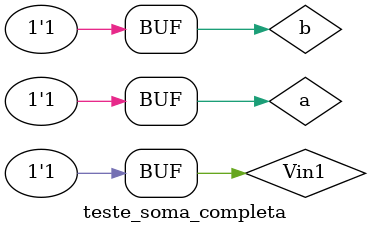
<source format=v>

module meia_soma(Vout,Soma,x,y);
output Vout,Soma;
input x,y;

xor xor1(Vout,x,y);
and and1(Soma,x,y);

endmodule

module soma_completa(Vout1,Soma1,w,z,Vin);
output Vout1,Soma1;
input w,z,Vin;
wire t1,t2,t3;

meia_soma m1(t1,t2,w,z);

meia_soma m2(Soma1,t3,Vin,t1);
or or1(Vout1,t3,t2);

endmodule

//teste 
module teste_soma_completa;
reg a,b,Vin1;
wire Soma2,Vout2;


//instancia 
soma_completa s1(Vout2,Soma2,a,b,Vin1);




//main 
initial begin
$display("\n Guia 04-2");
$display("\n Soma Completa com subcircuitos");
$display("\n a  b  Vin  Vout S  ");
 $monitor(" %b  %b  %b     %b   %b",a,b,Vin1,Vout2,Soma2);
a=0; b=0; Vin1=0;
#1  a=0; b=0; Vin1=1; 
#1  a=0; b=1; Vin1=0;
#1  a=0; b=1; Vin1=1; 
#1  a=1; b=0; Vin1=0;
#1  a=1; b=0; Vin1=1; 
#1  a=1; b=1; Vin1=0;
#1  a=1; b=1; Vin1=1; 
end
endmodule
//Resultado

/*
 Guia 04-2
    
     Soma Completa com subcircuitos
    
     a  b  Vin  Vout S  
     0  0  0     0   0
     0  0  1     0   1
     0  1  0     0   1
     0  1  1     1   0
     1  0  0     0   1
     1  0  1     1   0
     1  1  0     1   0
     1  1  1     1   1


*/
</source>
